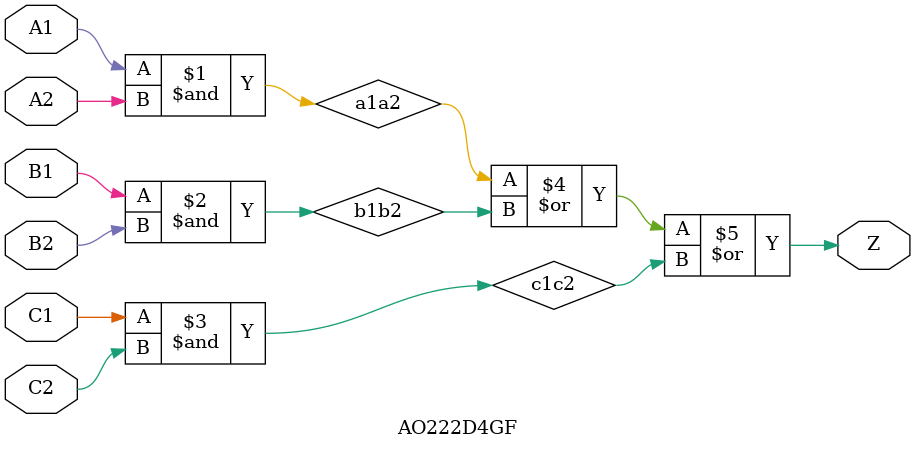
<source format=v>
/**
 * TAG3
 *
 * History:
 * 01/Jan/2016 Created by Szymon Kulis for LDQ10
 **/

`timescale 1ps/1ps

/*
module TAG3( A, B, C, ZN );
  //tmrg do_not_touch
  input A;
  input C;
  output ZN;
  input B;
// synopsys translate_off
  reg ZN;
  reg [7:0] del;
  always @(A or B or C)
  begin
    del = 0;//$random() % 30;
    if (A==B && B==C && A==C)
      ZN=#(50+del) ~A;
  end

  initial
     ZN=$random();

  always @(ZN)
    begin
      #11_000;
      if (A==B && B==C && A==C && A==ZN)
      begin
        $display("TAG3 problem. Recovering ...");
        ZN=#(50)~A;
      end
    end
// synopsys translate_on
endmodule
*/

`celldefine
module TAG3(
  input A,
  input B,
  input C,
  output ZN
);
//tmrg do_not_touch

// synopsys translate_off
  wire az;
  wire bz;
  wire cz;
  wire abc;

  wire Z;

  and aand(az,A,Z);
  and band(bz,B,Z);
  and cand(cz,C,Z);
  and abcand(abc,A,B,C);

  or zor(Z,az,bz,cz,abc);

  not nnot(ZN,Z);
/*
  always @(Z)
    ZN<=#(100+$urandom%200) !Z;

  always @(ZN)
    begin
      #51_000;
      if (A==B && B==C && A==C && A==ZN)
      begin
//        $display("TAG3 problem. Recovering ...");
        ZN=#(50)~A;
      end
    end
*/
//  not #(100+$urandom%200) znot(ZN,Z);
// synopsys translate_on
endmodule
`endcelldefine

`celldefine
module AO222D4GF(
  input A1, A2,
  input B1, B2,
  input C1, C2,
  output Z
);
  wire a1a2;
  wire b2b2;
  wire c1c2;
  wire abc;

//  wire Z;

  and a1a2and(a1a2,A1,A2);
  and b1b2and(b1b2,B1,B2);
  and c1c2and(c1c2,C1,C2);

  or zor(Z,a1a2,b1b2,c1c2);

endmodule
`endcelldefine


</source>
